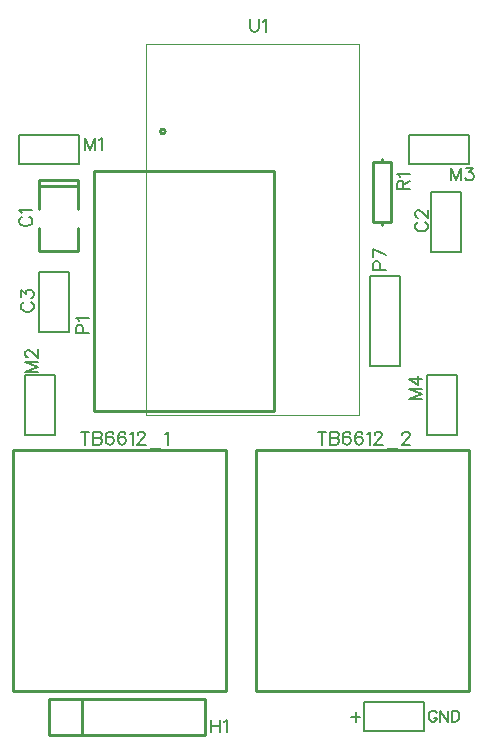
<source format=gto>
G04 ---------------------------- Layer name :TOP SILK LAYER*
G04 EasyEDA v5.6.15, Thu, 02 Aug 2018 18:58:32 GMT*
G04 c1dd2be7df344d0ea50767cdd4af59ce*
G04 Gerber Generator version 0.2*
G04 Scale: 100 percent, Rotated: No, Reflected: No *
G04 Dimensions in inches *
G04 leading zeros omitted , absolute positions ,2 integer and 4 decimal *
%FSLAX24Y24*%
%MOIN*%
G90*
G70D02*

%ADD10C,0.010000*%
%ADD20C,0.003937*%
%ADD21C,0.004000*%
%ADD22C,0.008000*%
%ADD23C,0.007900*%
%ADD24C,0.010000*%
%ADD25C,0.007992*%
%ADD26C,0.007000*%

%LPD*%
G54D20*
G01X4735Y23128D02*
G01X4735Y10767D01*
G54D21*
G01X4735Y10767D02*
G01X11821Y10767D01*
G01X11821Y10767D02*
G01X11821Y23128D01*
G01X4735Y23128D02*
G01X11821Y23128D01*
G54D10*
G01X7400Y1550D02*
G01X300Y1550D01*
G01X300Y9600D01*
G01X7400Y9600D01*
G01X7400Y1550D01*
G01X15500Y1550D02*
G01X8400Y1550D01*
G01X8400Y9600D01*
G01X15500Y9600D01*
G01X15500Y1550D01*
G54D22*
G01X2500Y20100D02*
G01X2500Y19109D01*
G01X500Y19109D01*
G01X500Y20100D01*
G01X2500Y20100D01*
G01X700Y12100D02*
G01X1689Y12100D01*
G01X1689Y10100D01*
G01X700Y10100D01*
G01X700Y12100D01*
G01X15500Y20100D02*
G01X15500Y19109D01*
G01X13500Y19109D01*
G01X13500Y20100D01*
G01X15500Y20100D01*
G01X15100Y10100D02*
G01X14110Y10100D01*
G01X14110Y12100D01*
G01X15100Y12100D01*
G01X15100Y10100D01*
G01X14000Y1200D02*
G01X14000Y209D01*
G01X12000Y209D01*
G01X12000Y1200D01*
G01X14000Y1200D01*
G54D10*
G01X1150Y17623D02*
G01X1150Y18382D01*
G01X2450Y18382D01*
G01X2450Y18592D01*
G01X1150Y18592D01*
G01X1150Y18382D01*
G01X2450Y16994D02*
G01X2450Y16234D01*
G01X1150Y16234D01*
G01X1150Y16994D01*
G01X2450Y17623D02*
G01X2450Y18382D01*
G01X12900Y19200D02*
G01X12900Y17200D01*
G01X12900Y17200D02*
G01X12600Y17200D01*
G01X12600Y17200D02*
G01X12300Y17200D01*
G01X12300Y17200D02*
G01X12300Y19200D01*
G01X12300Y19200D02*
G01X12600Y19200D01*
G01X12600Y19200D02*
G01X12900Y19200D01*
G01X12600Y17200D02*
G01X12600Y17100D01*
G01X12600Y19200D02*
G01X12600Y19300D01*
G54D23*
G01X14231Y18188D02*
G01X14231Y16188D01*
G01X15231Y16188D01*
G01X15231Y18188D01*
G01X14231Y18188D01*
G01X2168Y13511D02*
G01X2168Y15511D01*
G01X1168Y15511D01*
G01X1168Y13511D01*
G01X2168Y13511D01*
G54D24*
G01X3000Y10900D02*
G01X3000Y10900D01*
G01X9000Y10900D01*
G01X9000Y18900D01*
G01X3000Y18900D01*
G01X3000Y10900D01*
G54D22*
G01X12200Y13150D02*
G01X12200Y12400D01*
G01X13200Y12400D01*
G01X13200Y15400D01*
G01X12200Y15400D01*
G54D25*
G01X12200Y15400D02*
G01X12200Y13150D01*
G54D10*
G01X1500Y1300D02*
G01X6700Y1300D01*
G01X6700Y100D01*
G01X1500Y100D01*
G01X1500Y1300D01*
G01X2600Y1300D02*
G01X2600Y100D01*
G54D22*
G01X11714Y850D02*
G01X11714Y521D01*
G01X11550Y686D02*
G01X11877Y686D01*
G01X14422Y809D02*
G01X14405Y846D01*
G01X14368Y882D01*
G01X14331Y900D01*
G01X14259Y900D01*
G01X14222Y882D01*
G01X14185Y846D01*
G01X14168Y809D01*
G01X14150Y755D01*
G01X14150Y664D01*
G01X14168Y609D01*
G01X14185Y573D01*
G01X14222Y537D01*
G01X14259Y518D01*
G01X14331Y518D01*
G01X14368Y537D01*
G01X14405Y573D01*
G01X14422Y609D01*
G01X14422Y664D01*
G01X14331Y664D02*
G01X14422Y664D01*
G01X14543Y900D02*
G01X14543Y518D01*
G01X14543Y900D02*
G01X14797Y518D01*
G01X14797Y900D02*
G01X14797Y518D01*
G01X14917Y900D02*
G01X14917Y518D01*
G01X14917Y900D02*
G01X15044Y900D01*
G01X15098Y882D01*
G01X15135Y846D01*
G01X15153Y809D01*
G01X15172Y755D01*
G01X15172Y664D01*
G01X15153Y609D01*
G01X15135Y573D01*
G01X15098Y537D01*
G01X15044Y518D01*
G01X14917Y518D01*
G54D26*
G01X8200Y23944D02*
G01X8200Y23638D01*
G01X8219Y23577D01*
G01X8260Y23536D01*
G01X8322Y23515D01*
G01X8364Y23515D01*
G01X8425Y23536D01*
G01X8465Y23577D01*
G01X8485Y23638D01*
G01X8485Y23944D01*
G01X8621Y23863D02*
G01X8661Y23884D01*
G01X8723Y23944D01*
G01X8723Y23515D01*
G01X2693Y10194D02*
G01X2693Y9765D01*
G01X2550Y10194D02*
G01X2835Y10194D01*
G01X2971Y10194D02*
G01X2971Y9765D01*
G01X2971Y10194D02*
G01X3155Y10194D01*
G01X3217Y10175D01*
G01X3236Y10155D01*
G01X3257Y10113D01*
G01X3257Y10073D01*
G01X3236Y10032D01*
G01X3217Y10011D01*
G01X3155Y9990D01*
G01X2971Y9990D02*
G01X3155Y9990D01*
G01X3217Y9969D01*
G01X3236Y9950D01*
G01X3257Y9909D01*
G01X3257Y9848D01*
G01X3236Y9807D01*
G01X3217Y9786D01*
G01X3155Y9765D01*
G01X2971Y9765D01*
G01X3638Y10134D02*
G01X3618Y10175D01*
G01X3556Y10194D01*
G01X3514Y10194D01*
G01X3453Y10175D01*
G01X3413Y10113D01*
G01X3393Y10011D01*
G01X3393Y9909D01*
G01X3413Y9826D01*
G01X3453Y9786D01*
G01X3514Y9765D01*
G01X3535Y9765D01*
G01X3597Y9786D01*
G01X3638Y9826D01*
G01X3659Y9888D01*
G01X3659Y9909D01*
G01X3638Y9969D01*
G01X3597Y10011D01*
G01X3535Y10032D01*
G01X3514Y10032D01*
G01X3453Y10011D01*
G01X3413Y9969D01*
G01X3393Y9909D01*
G01X4039Y10134D02*
G01X4018Y10175D01*
G01X3956Y10194D01*
G01X3915Y10194D01*
G01X3855Y10175D01*
G01X3814Y10113D01*
G01X3793Y10011D01*
G01X3793Y9909D01*
G01X3814Y9826D01*
G01X3855Y9786D01*
G01X3915Y9765D01*
G01X3936Y9765D01*
G01X3997Y9786D01*
G01X4039Y9826D01*
G01X4060Y9888D01*
G01X4060Y9909D01*
G01X4039Y9969D01*
G01X3997Y10011D01*
G01X3936Y10032D01*
G01X3915Y10032D01*
G01X3855Y10011D01*
G01X3814Y9969D01*
G01X3793Y9909D01*
G01X4194Y10113D02*
G01X4235Y10134D01*
G01X4297Y10194D01*
G01X4297Y9765D01*
G01X4452Y10092D02*
G01X4452Y10113D01*
G01X4472Y10155D01*
G01X4493Y10175D01*
G01X4534Y10194D01*
G01X4615Y10194D01*
G01X4656Y10175D01*
G01X4677Y10155D01*
G01X4697Y10113D01*
G01X4697Y10073D01*
G01X4677Y10032D01*
G01X4635Y9969D01*
G01X4431Y9765D01*
G01X4718Y9765D01*
G01X4852Y9623D02*
G01X5221Y9623D01*
G01X5356Y10113D02*
G01X5397Y10134D01*
G01X5459Y10194D01*
G01X5459Y9765D01*
G01X10593Y10194D02*
G01X10593Y9765D01*
G01X10450Y10194D02*
G01X10735Y10194D01*
G01X10871Y10194D02*
G01X10871Y9765D01*
G01X10871Y10194D02*
G01X11055Y10194D01*
G01X11117Y10175D01*
G01X11136Y10155D01*
G01X11157Y10113D01*
G01X11157Y10073D01*
G01X11136Y10032D01*
G01X11117Y10011D01*
G01X11055Y9990D01*
G01X10871Y9990D02*
G01X11055Y9990D01*
G01X11117Y9969D01*
G01X11136Y9950D01*
G01X11157Y9909D01*
G01X11157Y9848D01*
G01X11136Y9807D01*
G01X11117Y9786D01*
G01X11055Y9765D01*
G01X10871Y9765D01*
G01X11538Y10134D02*
G01X11518Y10175D01*
G01X11456Y10194D01*
G01X11414Y10194D01*
G01X11353Y10175D01*
G01X11313Y10113D01*
G01X11293Y10011D01*
G01X11293Y9909D01*
G01X11313Y9826D01*
G01X11353Y9786D01*
G01X11414Y9765D01*
G01X11435Y9765D01*
G01X11497Y9786D01*
G01X11538Y9826D01*
G01X11559Y9888D01*
G01X11559Y9909D01*
G01X11538Y9969D01*
G01X11497Y10011D01*
G01X11435Y10032D01*
G01X11414Y10032D01*
G01X11353Y10011D01*
G01X11313Y9969D01*
G01X11293Y9909D01*
G01X11939Y10134D02*
G01X11918Y10175D01*
G01X11856Y10194D01*
G01X11815Y10194D01*
G01X11755Y10175D01*
G01X11714Y10113D01*
G01X11693Y10011D01*
G01X11693Y9909D01*
G01X11714Y9826D01*
G01X11755Y9786D01*
G01X11815Y9765D01*
G01X11836Y9765D01*
G01X11897Y9786D01*
G01X11939Y9826D01*
G01X11960Y9888D01*
G01X11960Y9909D01*
G01X11939Y9969D01*
G01X11897Y10011D01*
G01X11836Y10032D01*
G01X11815Y10032D01*
G01X11755Y10011D01*
G01X11714Y9969D01*
G01X11693Y9909D01*
G01X12094Y10113D02*
G01X12135Y10134D01*
G01X12197Y10194D01*
G01X12197Y9765D01*
G01X12352Y10092D02*
G01X12352Y10113D01*
G01X12372Y10155D01*
G01X12393Y10175D01*
G01X12434Y10194D01*
G01X12515Y10194D01*
G01X12556Y10175D01*
G01X12577Y10155D01*
G01X12597Y10113D01*
G01X12597Y10073D01*
G01X12577Y10032D01*
G01X12535Y9969D01*
G01X12331Y9765D01*
G01X12618Y9765D01*
G01X12752Y9623D02*
G01X13121Y9623D01*
G01X13277Y10092D02*
G01X13277Y10113D01*
G01X13297Y10155D01*
G01X13318Y10175D01*
G01X13359Y10194D01*
G01X13439Y10194D01*
G01X13481Y10175D01*
G01X13502Y10155D01*
G01X13522Y10113D01*
G01X13522Y10073D01*
G01X13502Y10032D01*
G01X13460Y9969D01*
G01X13256Y9765D01*
G01X13543Y9765D01*
G01X2700Y20000D02*
G01X2700Y19571D01*
G01X2700Y20000D02*
G01X2864Y19571D01*
G01X3027Y20000D02*
G01X2864Y19571D01*
G01X3027Y20000D02*
G01X3027Y19571D01*
G01X3161Y19919D02*
G01X3202Y19938D01*
G01X3264Y20000D01*
G01X3264Y19571D01*
G01X700Y12192D02*
G01X1128Y12192D01*
G01X700Y12192D02*
G01X1128Y12355D01*
G01X700Y12519D02*
G01X1128Y12355D01*
G01X700Y12519D02*
G01X1128Y12519D01*
G01X802Y12675D02*
G01X781Y12675D01*
G01X739Y12694D01*
G01X719Y12715D01*
G01X700Y12757D01*
G01X700Y12838D01*
G01X719Y12878D01*
G01X739Y12900D01*
G01X781Y12919D01*
G01X822Y12919D01*
G01X863Y12900D01*
G01X925Y12859D01*
G01X1128Y12653D01*
G01X1128Y12940D01*
G01X14900Y19000D02*
G01X14900Y18571D01*
G01X14900Y19000D02*
G01X15064Y18571D01*
G01X15227Y19000D02*
G01X15064Y18571D01*
G01X15227Y19000D02*
G01X15227Y18571D01*
G01X15402Y19000D02*
G01X15627Y19000D01*
G01X15505Y18836D01*
G01X15567Y18836D01*
G01X15607Y18815D01*
G01X15627Y18796D01*
G01X15648Y18734D01*
G01X15648Y18694D01*
G01X15627Y18632D01*
G01X15586Y18590D01*
G01X15526Y18571D01*
G01X15464Y18571D01*
G01X15402Y18590D01*
G01X15382Y18611D01*
G01X15361Y18653D01*
G01X13500Y11292D02*
G01X13928Y11292D01*
G01X13500Y11292D02*
G01X13928Y11455D01*
G01X13500Y11619D02*
G01X13928Y11455D01*
G01X13500Y11619D02*
G01X13928Y11619D01*
G01X13500Y11959D02*
G01X13785Y11753D01*
G01X13785Y12061D01*
G01X13500Y11959D02*
G01X13928Y11959D01*
G01X606Y17357D02*
G01X565Y17336D01*
G01X525Y17294D01*
G01X505Y17255D01*
G01X505Y17173D01*
G01X525Y17132D01*
G01X565Y17090D01*
G01X606Y17069D01*
G01X668Y17050D01*
G01X769Y17050D01*
G01X831Y17069D01*
G01X872Y17090D01*
G01X914Y17132D01*
G01X934Y17173D01*
G01X934Y17255D01*
G01X914Y17294D01*
G01X872Y17336D01*
G01X831Y17357D01*
G01X585Y17492D02*
G01X565Y17532D01*
G01X505Y17594D01*
G01X934Y17594D01*
G01X13100Y18276D02*
G01X13529Y18276D01*
G01X13100Y18276D02*
G01X13100Y18459D01*
G01X13120Y18521D01*
G01X13140Y18542D01*
G01X13181Y18561D01*
G01X13222Y18561D01*
G01X13263Y18542D01*
G01X13284Y18521D01*
G01X13304Y18459D01*
G01X13304Y18276D01*
G01X13304Y18419D02*
G01X13529Y18561D01*
G01X13181Y18696D02*
G01X13161Y18738D01*
G01X13100Y18800D01*
G01X13529Y18800D01*
G01X13802Y17178D02*
G01X13761Y17157D01*
G01X13720Y17117D01*
G01X13700Y17077D01*
G01X13700Y16994D01*
G01X13720Y16953D01*
G01X13761Y16913D01*
G01X13802Y16892D01*
G01X13863Y16871D01*
G01X13965Y16871D01*
G01X14027Y16892D01*
G01X14068Y16913D01*
G01X14109Y16953D01*
G01X14129Y16994D01*
G01X14129Y17077D01*
G01X14109Y17117D01*
G01X14068Y17157D01*
G01X14027Y17178D01*
G01X13802Y17334D02*
G01X13781Y17334D01*
G01X13740Y17355D01*
G01X13720Y17375D01*
G01X13700Y17415D01*
G01X13700Y17498D01*
G01X13720Y17538D01*
G01X13740Y17559D01*
G01X13781Y17580D01*
G01X13822Y17580D01*
G01X13863Y17559D01*
G01X13925Y17517D01*
G01X14129Y17313D01*
G01X14129Y17600D01*
G01X656Y14507D02*
G01X615Y14486D01*
G01X575Y14444D01*
G01X555Y14405D01*
G01X555Y14323D01*
G01X575Y14282D01*
G01X615Y14240D01*
G01X656Y14219D01*
G01X718Y14200D01*
G01X819Y14200D01*
G01X881Y14219D01*
G01X922Y14240D01*
G01X964Y14282D01*
G01X984Y14323D01*
G01X984Y14405D01*
G01X964Y14444D01*
G01X922Y14486D01*
G01X881Y14507D01*
G01X555Y14682D02*
G01X555Y14907D01*
G01X718Y14784D01*
G01X718Y14846D01*
G01X739Y14886D01*
G01X759Y14907D01*
G01X819Y14928D01*
G01X860Y14928D01*
G01X922Y14907D01*
G01X964Y14867D01*
G01X984Y14805D01*
G01X984Y14744D01*
G01X964Y14682D01*
G01X943Y14661D01*
G01X902Y14642D01*
G01X2400Y13476D02*
G01X2829Y13476D01*
G01X2400Y13476D02*
G01X2400Y13659D01*
G01X2420Y13721D01*
G01X2440Y13742D01*
G01X2481Y13761D01*
G01X2543Y13761D01*
G01X2584Y13742D01*
G01X2604Y13721D01*
G01X2625Y13659D01*
G01X2625Y13476D01*
G01X2481Y13896D02*
G01X2461Y13938D01*
G01X2400Y14000D01*
G01X2829Y14000D01*
G01X12300Y15591D02*
G01X12729Y15591D01*
G01X12300Y15591D02*
G01X12300Y15775D01*
G01X12320Y15836D01*
G01X12340Y15857D01*
G01X12381Y15877D01*
G01X12443Y15877D01*
G01X12484Y15857D01*
G01X12504Y15836D01*
G01X12525Y15775D01*
G01X12525Y15591D01*
G01X12300Y16299D02*
G01X12729Y16094D01*
G01X12300Y16012D02*
G01X12300Y16299D01*
G01X6900Y600D02*
G01X6900Y171D01*
G01X7185Y600D02*
G01X7185Y171D01*
G01X6900Y396D02*
G01X7185Y396D01*
G01X7321Y519D02*
G01X7361Y538D01*
G01X7423Y600D01*
G01X7423Y171D01*
G54D10*
G75*
G01X5371Y20200D02*
G03X5371Y20200I-83J0D01*
G01*
M00*
M02*

</source>
